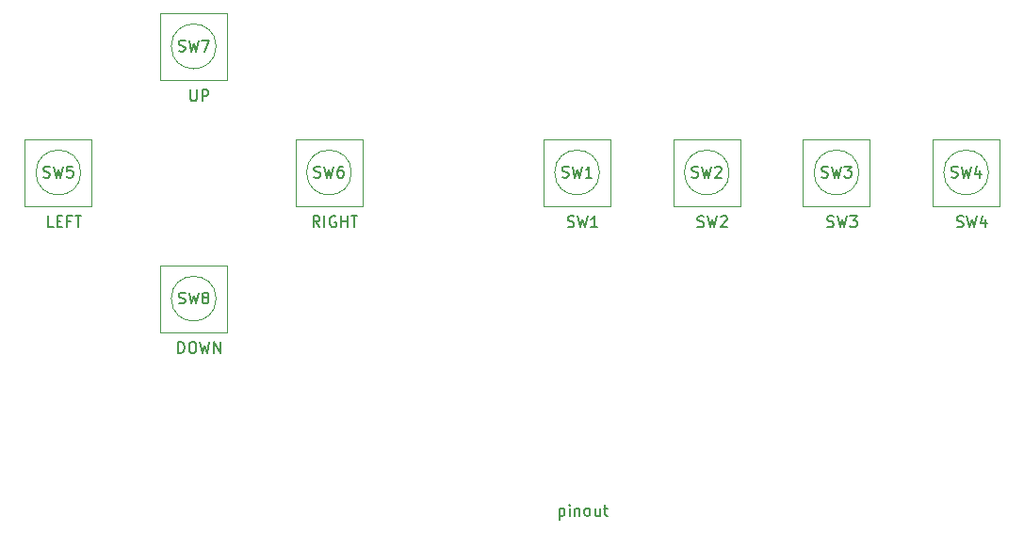
<source format=gbr>
G04 #@! TF.GenerationSoftware,KiCad,Pcbnew,5.1.4-3.fc30*
G04 #@! TF.CreationDate,2019-09-22T12:30:57+02:00*
G04 #@! TF.ProjectId,keyboard_lab1,6b657962-6f61-4726-945f-6c6162312e6b,1.0*
G04 #@! TF.SameCoordinates,Original*
G04 #@! TF.FileFunction,Other,Fab,Top*
%FSLAX46Y46*%
G04 Gerber Fmt 4.6, Leading zero omitted, Abs format (unit mm)*
G04 Created by KiCad (PCBNEW 5.1.4-3.fc30) date 2019-09-22 12:30:57*
%MOMM*%
%LPD*%
G04 APERTURE LIST*
%ADD10C,0.100000*%
%ADD11C,0.150000*%
G04 APERTURE END LIST*
D10*
X130573000Y-91064600D02*
X133573000Y-91064600D01*
X133573000Y-91064600D02*
X133573000Y-97064600D01*
X133573000Y-97064600D02*
X127573000Y-97064600D01*
X127573000Y-97064600D02*
X127573000Y-91064600D01*
X127573000Y-91064600D02*
X130573000Y-91064600D01*
X132588564Y-94064600D02*
G75*
G03X132588564Y-94064600I-2015564J0D01*
G01*
X144244564Y-94064600D02*
G75*
G03X144244564Y-94064600I-2015564J0D01*
G01*
X139229000Y-91064600D02*
X142229000Y-91064600D01*
X139229000Y-97064600D02*
X139229000Y-91064600D01*
X145229000Y-97064600D02*
X139229000Y-97064600D01*
X145229000Y-91064600D02*
X145229000Y-97064600D01*
X142229000Y-91064600D02*
X145229000Y-91064600D01*
X153886000Y-91064600D02*
X156886000Y-91064600D01*
X156886000Y-91064600D02*
X156886000Y-97064600D01*
X156886000Y-97064600D02*
X150886000Y-97064600D01*
X150886000Y-97064600D02*
X150886000Y-91064600D01*
X150886000Y-91064600D02*
X153886000Y-91064600D01*
X155901564Y-94064600D02*
G75*
G03X155901564Y-94064600I-2015564J0D01*
G01*
X167558564Y-94064600D02*
G75*
G03X167558564Y-94064600I-2015564J0D01*
G01*
X162543000Y-91064600D02*
X165543000Y-91064600D01*
X162543000Y-97064600D02*
X162543000Y-91064600D01*
X168543000Y-97064600D02*
X162543000Y-97064600D01*
X168543000Y-91064600D02*
X168543000Y-97064600D01*
X165543000Y-91064600D02*
X168543000Y-91064600D01*
X83951000Y-91064600D02*
X86951000Y-91064600D01*
X86951000Y-91064600D02*
X86951000Y-97064600D01*
X86951000Y-97064600D02*
X80951000Y-97064600D01*
X80951000Y-97064600D02*
X80951000Y-91064600D01*
X80951000Y-91064600D02*
X83951000Y-91064600D01*
X85966564Y-94064600D02*
G75*
G03X85966564Y-94064600I-2015564J0D01*
G01*
X110291564Y-94064600D02*
G75*
G03X110291564Y-94064600I-2015564J0D01*
G01*
X105276000Y-91064600D02*
X108276000Y-91064600D01*
X105276000Y-97064600D02*
X105276000Y-91064600D01*
X111276000Y-97064600D02*
X105276000Y-97064600D01*
X111276000Y-91064600D02*
X111276000Y-97064600D01*
X108276000Y-91064600D02*
X111276000Y-91064600D01*
X96114000Y-79722300D02*
X99114000Y-79722300D01*
X99114000Y-79722300D02*
X99114000Y-85722300D01*
X99114000Y-85722300D02*
X93114000Y-85722300D01*
X93114000Y-85722300D02*
X93114000Y-79722300D01*
X93114000Y-79722300D02*
X96114000Y-79722300D01*
X98129564Y-82722300D02*
G75*
G03X98129564Y-82722300I-2015564J0D01*
G01*
X98129564Y-105407000D02*
G75*
G03X98129564Y-105407000I-2015564J0D01*
G01*
X93114000Y-102407000D02*
X96114000Y-102407000D01*
X93114000Y-108407000D02*
X93114000Y-102407000D01*
X99114000Y-108407000D02*
X93114000Y-108407000D01*
X99114000Y-102407000D02*
X99114000Y-108407000D01*
X96114000Y-102407000D02*
X99114000Y-102407000D01*
D11*
X128986761Y-124258714D02*
X128986761Y-125258714D01*
X128986761Y-124306333D02*
X129082000Y-124258714D01*
X129272476Y-124258714D01*
X129367714Y-124306333D01*
X129415333Y-124353952D01*
X129462952Y-124449190D01*
X129462952Y-124734904D01*
X129415333Y-124830142D01*
X129367714Y-124877761D01*
X129272476Y-124925380D01*
X129082000Y-124925380D01*
X128986761Y-124877761D01*
X129891523Y-124925380D02*
X129891523Y-124258714D01*
X129891523Y-123925380D02*
X129843904Y-123973000D01*
X129891523Y-124020619D01*
X129939142Y-123973000D01*
X129891523Y-123925380D01*
X129891523Y-124020619D01*
X130367714Y-124258714D02*
X130367714Y-124925380D01*
X130367714Y-124353952D02*
X130415333Y-124306333D01*
X130510571Y-124258714D01*
X130653428Y-124258714D01*
X130748666Y-124306333D01*
X130796285Y-124401571D01*
X130796285Y-124925380D01*
X131415333Y-124925380D02*
X131320095Y-124877761D01*
X131272476Y-124830142D01*
X131224857Y-124734904D01*
X131224857Y-124449190D01*
X131272476Y-124353952D01*
X131320095Y-124306333D01*
X131415333Y-124258714D01*
X131558190Y-124258714D01*
X131653428Y-124306333D01*
X131701047Y-124353952D01*
X131748666Y-124449190D01*
X131748666Y-124734904D01*
X131701047Y-124830142D01*
X131653428Y-124877761D01*
X131558190Y-124925380D01*
X131415333Y-124925380D01*
X132605809Y-124258714D02*
X132605809Y-124925380D01*
X132177238Y-124258714D02*
X132177238Y-124782523D01*
X132224857Y-124877761D01*
X132320095Y-124925380D01*
X132462952Y-124925380D01*
X132558190Y-124877761D01*
X132605809Y-124830142D01*
X132939142Y-124258714D02*
X133320095Y-124258714D01*
X133082000Y-123925380D02*
X133082000Y-124782523D01*
X133129619Y-124877761D01*
X133224857Y-124925380D01*
X133320095Y-124925380D01*
X129739666Y-98919361D02*
X129882523Y-98966980D01*
X130120619Y-98966980D01*
X130215857Y-98919361D01*
X130263476Y-98871742D01*
X130311095Y-98776504D01*
X130311095Y-98681266D01*
X130263476Y-98586028D01*
X130215857Y-98538409D01*
X130120619Y-98490790D01*
X129930142Y-98443171D01*
X129834904Y-98395552D01*
X129787285Y-98347933D01*
X129739666Y-98252695D01*
X129739666Y-98157457D01*
X129787285Y-98062219D01*
X129834904Y-98014600D01*
X129930142Y-97966980D01*
X130168238Y-97966980D01*
X130311095Y-98014600D01*
X130644428Y-97966980D02*
X130882523Y-98966980D01*
X131073000Y-98252695D01*
X131263476Y-98966980D01*
X131501571Y-97966980D01*
X132406333Y-98966980D02*
X131834904Y-98966980D01*
X132120619Y-98966980D02*
X132120619Y-97966980D01*
X132025380Y-98109838D01*
X131930142Y-98205076D01*
X131834904Y-98252695D01*
X129239666Y-94469361D02*
X129382523Y-94516980D01*
X129620619Y-94516980D01*
X129715857Y-94469361D01*
X129763476Y-94421742D01*
X129811095Y-94326504D01*
X129811095Y-94231266D01*
X129763476Y-94136028D01*
X129715857Y-94088409D01*
X129620619Y-94040790D01*
X129430142Y-93993171D01*
X129334904Y-93945552D01*
X129287285Y-93897933D01*
X129239666Y-93802695D01*
X129239666Y-93707457D01*
X129287285Y-93612219D01*
X129334904Y-93564600D01*
X129430142Y-93516980D01*
X129668238Y-93516980D01*
X129811095Y-93564600D01*
X130144428Y-93516980D02*
X130382523Y-94516980D01*
X130573000Y-93802695D01*
X130763476Y-94516980D01*
X131001571Y-93516980D01*
X131906333Y-94516980D02*
X131334904Y-94516980D01*
X131620619Y-94516980D02*
X131620619Y-93516980D01*
X131525380Y-93659838D01*
X131430142Y-93755076D01*
X131334904Y-93802695D01*
X141395666Y-98919361D02*
X141538523Y-98966980D01*
X141776619Y-98966980D01*
X141871857Y-98919361D01*
X141919476Y-98871742D01*
X141967095Y-98776504D01*
X141967095Y-98681266D01*
X141919476Y-98586028D01*
X141871857Y-98538409D01*
X141776619Y-98490790D01*
X141586142Y-98443171D01*
X141490904Y-98395552D01*
X141443285Y-98347933D01*
X141395666Y-98252695D01*
X141395666Y-98157457D01*
X141443285Y-98062219D01*
X141490904Y-98014600D01*
X141586142Y-97966980D01*
X141824238Y-97966980D01*
X141967095Y-98014600D01*
X142300428Y-97966980D02*
X142538523Y-98966980D01*
X142729000Y-98252695D01*
X142919476Y-98966980D01*
X143157571Y-97966980D01*
X143490904Y-98062219D02*
X143538523Y-98014600D01*
X143633761Y-97966980D01*
X143871857Y-97966980D01*
X143967095Y-98014600D01*
X144014714Y-98062219D01*
X144062333Y-98157457D01*
X144062333Y-98252695D01*
X144014714Y-98395552D01*
X143443285Y-98966980D01*
X144062333Y-98966980D01*
X140895666Y-94469361D02*
X141038523Y-94516980D01*
X141276619Y-94516980D01*
X141371857Y-94469361D01*
X141419476Y-94421742D01*
X141467095Y-94326504D01*
X141467095Y-94231266D01*
X141419476Y-94136028D01*
X141371857Y-94088409D01*
X141276619Y-94040790D01*
X141086142Y-93993171D01*
X140990904Y-93945552D01*
X140943285Y-93897933D01*
X140895666Y-93802695D01*
X140895666Y-93707457D01*
X140943285Y-93612219D01*
X140990904Y-93564600D01*
X141086142Y-93516980D01*
X141324238Y-93516980D01*
X141467095Y-93564600D01*
X141800428Y-93516980D02*
X142038523Y-94516980D01*
X142229000Y-93802695D01*
X142419476Y-94516980D01*
X142657571Y-93516980D01*
X142990904Y-93612219D02*
X143038523Y-93564600D01*
X143133761Y-93516980D01*
X143371857Y-93516980D01*
X143467095Y-93564600D01*
X143514714Y-93612219D01*
X143562333Y-93707457D01*
X143562333Y-93802695D01*
X143514714Y-93945552D01*
X142943285Y-94516980D01*
X143562333Y-94516980D01*
X153052666Y-98919361D02*
X153195523Y-98966980D01*
X153433619Y-98966980D01*
X153528857Y-98919361D01*
X153576476Y-98871742D01*
X153624095Y-98776504D01*
X153624095Y-98681266D01*
X153576476Y-98586028D01*
X153528857Y-98538409D01*
X153433619Y-98490790D01*
X153243142Y-98443171D01*
X153147904Y-98395552D01*
X153100285Y-98347933D01*
X153052666Y-98252695D01*
X153052666Y-98157457D01*
X153100285Y-98062219D01*
X153147904Y-98014600D01*
X153243142Y-97966980D01*
X153481238Y-97966980D01*
X153624095Y-98014600D01*
X153957428Y-97966980D02*
X154195523Y-98966980D01*
X154386000Y-98252695D01*
X154576476Y-98966980D01*
X154814571Y-97966980D01*
X155100285Y-97966980D02*
X155719333Y-97966980D01*
X155386000Y-98347933D01*
X155528857Y-98347933D01*
X155624095Y-98395552D01*
X155671714Y-98443171D01*
X155719333Y-98538409D01*
X155719333Y-98776504D01*
X155671714Y-98871742D01*
X155624095Y-98919361D01*
X155528857Y-98966980D01*
X155243142Y-98966980D01*
X155147904Y-98919361D01*
X155100285Y-98871742D01*
X152552666Y-94469361D02*
X152695523Y-94516980D01*
X152933619Y-94516980D01*
X153028857Y-94469361D01*
X153076476Y-94421742D01*
X153124095Y-94326504D01*
X153124095Y-94231266D01*
X153076476Y-94136028D01*
X153028857Y-94088409D01*
X152933619Y-94040790D01*
X152743142Y-93993171D01*
X152647904Y-93945552D01*
X152600285Y-93897933D01*
X152552666Y-93802695D01*
X152552666Y-93707457D01*
X152600285Y-93612219D01*
X152647904Y-93564600D01*
X152743142Y-93516980D01*
X152981238Y-93516980D01*
X153124095Y-93564600D01*
X153457428Y-93516980D02*
X153695523Y-94516980D01*
X153886000Y-93802695D01*
X154076476Y-94516980D01*
X154314571Y-93516980D01*
X154600285Y-93516980D02*
X155219333Y-93516980D01*
X154886000Y-93897933D01*
X155028857Y-93897933D01*
X155124095Y-93945552D01*
X155171714Y-93993171D01*
X155219333Y-94088409D01*
X155219333Y-94326504D01*
X155171714Y-94421742D01*
X155124095Y-94469361D01*
X155028857Y-94516980D01*
X154743142Y-94516980D01*
X154647904Y-94469361D01*
X154600285Y-94421742D01*
X164709666Y-98919361D02*
X164852523Y-98966980D01*
X165090619Y-98966980D01*
X165185857Y-98919361D01*
X165233476Y-98871742D01*
X165281095Y-98776504D01*
X165281095Y-98681266D01*
X165233476Y-98586028D01*
X165185857Y-98538409D01*
X165090619Y-98490790D01*
X164900142Y-98443171D01*
X164804904Y-98395552D01*
X164757285Y-98347933D01*
X164709666Y-98252695D01*
X164709666Y-98157457D01*
X164757285Y-98062219D01*
X164804904Y-98014600D01*
X164900142Y-97966980D01*
X165138238Y-97966980D01*
X165281095Y-98014600D01*
X165614428Y-97966980D02*
X165852523Y-98966980D01*
X166043000Y-98252695D01*
X166233476Y-98966980D01*
X166471571Y-97966980D01*
X167281095Y-98300314D02*
X167281095Y-98966980D01*
X167043000Y-97919361D02*
X166804904Y-98633647D01*
X167423952Y-98633647D01*
X164209666Y-94469361D02*
X164352523Y-94516980D01*
X164590619Y-94516980D01*
X164685857Y-94469361D01*
X164733476Y-94421742D01*
X164781095Y-94326504D01*
X164781095Y-94231266D01*
X164733476Y-94136028D01*
X164685857Y-94088409D01*
X164590619Y-94040790D01*
X164400142Y-93993171D01*
X164304904Y-93945552D01*
X164257285Y-93897933D01*
X164209666Y-93802695D01*
X164209666Y-93707457D01*
X164257285Y-93612219D01*
X164304904Y-93564600D01*
X164400142Y-93516980D01*
X164638238Y-93516980D01*
X164781095Y-93564600D01*
X165114428Y-93516980D02*
X165352523Y-94516980D01*
X165543000Y-93802695D01*
X165733476Y-94516980D01*
X165971571Y-93516980D01*
X166781095Y-93850314D02*
X166781095Y-94516980D01*
X166543000Y-93469361D02*
X166304904Y-94183647D01*
X166923952Y-94183647D01*
X83498619Y-98966980D02*
X83022428Y-98966980D01*
X83022428Y-97966980D01*
X83831952Y-98443171D02*
X84165285Y-98443171D01*
X84308142Y-98966980D02*
X83831952Y-98966980D01*
X83831952Y-97966980D01*
X84308142Y-97966980D01*
X85070047Y-98443171D02*
X84736714Y-98443171D01*
X84736714Y-98966980D02*
X84736714Y-97966980D01*
X85212904Y-97966980D01*
X85451000Y-97966980D02*
X86022428Y-97966980D01*
X85736714Y-98966980D02*
X85736714Y-97966980D01*
X82617666Y-94469361D02*
X82760523Y-94516980D01*
X82998619Y-94516980D01*
X83093857Y-94469361D01*
X83141476Y-94421742D01*
X83189095Y-94326504D01*
X83189095Y-94231266D01*
X83141476Y-94136028D01*
X83093857Y-94088409D01*
X82998619Y-94040790D01*
X82808142Y-93993171D01*
X82712904Y-93945552D01*
X82665285Y-93897933D01*
X82617666Y-93802695D01*
X82617666Y-93707457D01*
X82665285Y-93612219D01*
X82712904Y-93564600D01*
X82808142Y-93516980D01*
X83046238Y-93516980D01*
X83189095Y-93564600D01*
X83522428Y-93516980D02*
X83760523Y-94516980D01*
X83951000Y-93802695D01*
X84141476Y-94516980D01*
X84379571Y-93516980D01*
X85236714Y-93516980D02*
X84760523Y-93516980D01*
X84712904Y-93993171D01*
X84760523Y-93945552D01*
X84855761Y-93897933D01*
X85093857Y-93897933D01*
X85189095Y-93945552D01*
X85236714Y-93993171D01*
X85284333Y-94088409D01*
X85284333Y-94326504D01*
X85236714Y-94421742D01*
X85189095Y-94469361D01*
X85093857Y-94516980D01*
X84855761Y-94516980D01*
X84760523Y-94469361D01*
X84712904Y-94421742D01*
X107442666Y-98966980D02*
X107109333Y-98490790D01*
X106871238Y-98966980D02*
X106871238Y-97966980D01*
X107252190Y-97966980D01*
X107347428Y-98014600D01*
X107395047Y-98062219D01*
X107442666Y-98157457D01*
X107442666Y-98300314D01*
X107395047Y-98395552D01*
X107347428Y-98443171D01*
X107252190Y-98490790D01*
X106871238Y-98490790D01*
X107871238Y-98966980D02*
X107871238Y-97966980D01*
X108871238Y-98014600D02*
X108776000Y-97966980D01*
X108633142Y-97966980D01*
X108490285Y-98014600D01*
X108395047Y-98109838D01*
X108347428Y-98205076D01*
X108299809Y-98395552D01*
X108299809Y-98538409D01*
X108347428Y-98728885D01*
X108395047Y-98824123D01*
X108490285Y-98919361D01*
X108633142Y-98966980D01*
X108728380Y-98966980D01*
X108871238Y-98919361D01*
X108918857Y-98871742D01*
X108918857Y-98538409D01*
X108728380Y-98538409D01*
X109347428Y-98966980D02*
X109347428Y-97966980D01*
X109347428Y-98443171D02*
X109918857Y-98443171D01*
X109918857Y-98966980D02*
X109918857Y-97966980D01*
X110252190Y-97966980D02*
X110823619Y-97966980D01*
X110537904Y-98966980D02*
X110537904Y-97966980D01*
X106942666Y-94469361D02*
X107085523Y-94516980D01*
X107323619Y-94516980D01*
X107418857Y-94469361D01*
X107466476Y-94421742D01*
X107514095Y-94326504D01*
X107514095Y-94231266D01*
X107466476Y-94136028D01*
X107418857Y-94088409D01*
X107323619Y-94040790D01*
X107133142Y-93993171D01*
X107037904Y-93945552D01*
X106990285Y-93897933D01*
X106942666Y-93802695D01*
X106942666Y-93707457D01*
X106990285Y-93612219D01*
X107037904Y-93564600D01*
X107133142Y-93516980D01*
X107371238Y-93516980D01*
X107514095Y-93564600D01*
X107847428Y-93516980D02*
X108085523Y-94516980D01*
X108276000Y-93802695D01*
X108466476Y-94516980D01*
X108704571Y-93516980D01*
X109514095Y-93516980D02*
X109323619Y-93516980D01*
X109228380Y-93564600D01*
X109180761Y-93612219D01*
X109085523Y-93755076D01*
X109037904Y-93945552D01*
X109037904Y-94326504D01*
X109085523Y-94421742D01*
X109133142Y-94469361D01*
X109228380Y-94516980D01*
X109418857Y-94516980D01*
X109514095Y-94469361D01*
X109561714Y-94421742D01*
X109609333Y-94326504D01*
X109609333Y-94088409D01*
X109561714Y-93993171D01*
X109514095Y-93945552D01*
X109418857Y-93897933D01*
X109228380Y-93897933D01*
X109133142Y-93945552D01*
X109085523Y-93993171D01*
X109037904Y-94088409D01*
X95828285Y-86624680D02*
X95828285Y-87434204D01*
X95875904Y-87529442D01*
X95923523Y-87577061D01*
X96018761Y-87624680D01*
X96209238Y-87624680D01*
X96304476Y-87577061D01*
X96352095Y-87529442D01*
X96399714Y-87434204D01*
X96399714Y-86624680D01*
X96875904Y-87624680D02*
X96875904Y-86624680D01*
X97256857Y-86624680D01*
X97352095Y-86672300D01*
X97399714Y-86719919D01*
X97447333Y-86815157D01*
X97447333Y-86958014D01*
X97399714Y-87053252D01*
X97352095Y-87100871D01*
X97256857Y-87148490D01*
X96875904Y-87148490D01*
X94780666Y-83127061D02*
X94923523Y-83174680D01*
X95161619Y-83174680D01*
X95256857Y-83127061D01*
X95304476Y-83079442D01*
X95352095Y-82984204D01*
X95352095Y-82888966D01*
X95304476Y-82793728D01*
X95256857Y-82746109D01*
X95161619Y-82698490D01*
X94971142Y-82650871D01*
X94875904Y-82603252D01*
X94828285Y-82555633D01*
X94780666Y-82460395D01*
X94780666Y-82365157D01*
X94828285Y-82269919D01*
X94875904Y-82222300D01*
X94971142Y-82174680D01*
X95209238Y-82174680D01*
X95352095Y-82222300D01*
X95685428Y-82174680D02*
X95923523Y-83174680D01*
X96114000Y-82460395D01*
X96304476Y-83174680D01*
X96542571Y-82174680D01*
X96828285Y-82174680D02*
X97494952Y-82174680D01*
X97066380Y-83174680D01*
X94733047Y-110309380D02*
X94733047Y-109309380D01*
X94971142Y-109309380D01*
X95114000Y-109357000D01*
X95209238Y-109452238D01*
X95256857Y-109547476D01*
X95304476Y-109737952D01*
X95304476Y-109880809D01*
X95256857Y-110071285D01*
X95209238Y-110166523D01*
X95114000Y-110261761D01*
X94971142Y-110309380D01*
X94733047Y-110309380D01*
X95923523Y-109309380D02*
X96114000Y-109309380D01*
X96209238Y-109357000D01*
X96304476Y-109452238D01*
X96352095Y-109642714D01*
X96352095Y-109976047D01*
X96304476Y-110166523D01*
X96209238Y-110261761D01*
X96114000Y-110309380D01*
X95923523Y-110309380D01*
X95828285Y-110261761D01*
X95733047Y-110166523D01*
X95685428Y-109976047D01*
X95685428Y-109642714D01*
X95733047Y-109452238D01*
X95828285Y-109357000D01*
X95923523Y-109309380D01*
X96685428Y-109309380D02*
X96923523Y-110309380D01*
X97114000Y-109595095D01*
X97304476Y-110309380D01*
X97542571Y-109309380D01*
X97923523Y-110309380D02*
X97923523Y-109309380D01*
X98494952Y-110309380D01*
X98494952Y-109309380D01*
X94780666Y-105811761D02*
X94923523Y-105859380D01*
X95161619Y-105859380D01*
X95256857Y-105811761D01*
X95304476Y-105764142D01*
X95352095Y-105668904D01*
X95352095Y-105573666D01*
X95304476Y-105478428D01*
X95256857Y-105430809D01*
X95161619Y-105383190D01*
X94971142Y-105335571D01*
X94875904Y-105287952D01*
X94828285Y-105240333D01*
X94780666Y-105145095D01*
X94780666Y-105049857D01*
X94828285Y-104954619D01*
X94875904Y-104907000D01*
X94971142Y-104859380D01*
X95209238Y-104859380D01*
X95352095Y-104907000D01*
X95685428Y-104859380D02*
X95923523Y-105859380D01*
X96114000Y-105145095D01*
X96304476Y-105859380D01*
X96542571Y-104859380D01*
X97066380Y-105287952D02*
X96971142Y-105240333D01*
X96923523Y-105192714D01*
X96875904Y-105097476D01*
X96875904Y-105049857D01*
X96923523Y-104954619D01*
X96971142Y-104907000D01*
X97066380Y-104859380D01*
X97256857Y-104859380D01*
X97352095Y-104907000D01*
X97399714Y-104954619D01*
X97447333Y-105049857D01*
X97447333Y-105097476D01*
X97399714Y-105192714D01*
X97352095Y-105240333D01*
X97256857Y-105287952D01*
X97066380Y-105287952D01*
X96971142Y-105335571D01*
X96923523Y-105383190D01*
X96875904Y-105478428D01*
X96875904Y-105668904D01*
X96923523Y-105764142D01*
X96971142Y-105811761D01*
X97066380Y-105859380D01*
X97256857Y-105859380D01*
X97352095Y-105811761D01*
X97399714Y-105764142D01*
X97447333Y-105668904D01*
X97447333Y-105478428D01*
X97399714Y-105383190D01*
X97352095Y-105335571D01*
X97256857Y-105287952D01*
M02*

</source>
